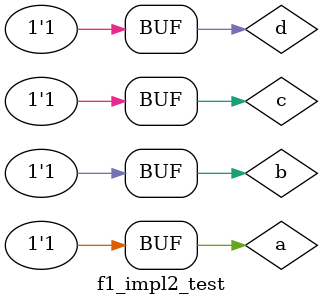
<source format=v>
`timescale 1ns / 1ps


module f1_impl2_test();
    reg     a,b,c,d;
    wire    f1;
    
    f1_impl1 uut(.a(a), .b(b), .c(c), .d(d), .f1(f1));
    
    initial begin
        a=0;    b=0;    c=0;    d=0;    #50;
        a=0;    b=0;    c=0;    d=1;    #50;
        a=0;    b=0;    c=1;    d=0;    #50;
        a=0;    b=0;    c=1;    d=1;    #50;
        a=0;    b=1;    c=0;    d=0;    #50;
        a=0;    b=1;    c=0;    d=1;    #50;
        a=0;    b=1;    c=1;    d=0;    #50;
        a=0;    b=1;    c=1;    d=1;    #50;
        a=1;    b=0;    c=0;    d=0;    #50;
        a=1;    b=0;    c=0;    d=1;    #50;
        a=1;    b=0;    c=1;    d=0;    #50;
        a=1;    b=0;    c=1;    d=1;    #50;
        a=1;    b=1;    c=0;    d=0;    #50;
        a=1;    b=1;    c=0;    d=1;    #50;
        a=1;    b=1;    c=1;    d=0;    #50;
        a=1;    b=1;    c=1;    d=1;    #50;
    end
endmodule

</source>
